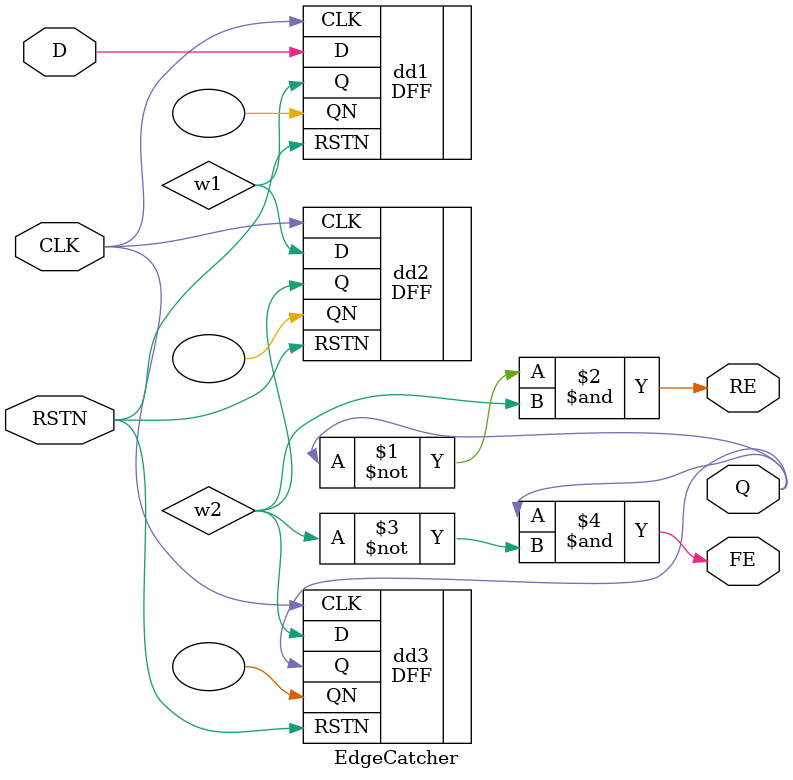
<source format=v>

module EdgeCatcher( D, Q, RE, FE, CLK, RSTN );
	
input wire D,CLK,RSTN;
output wire Q, RE,FE;

wire w1,w2;

DFF dd1( .D(D),  .Q(w1), .QN(), .CLK(CLK), .RSTN(RSTN) );DFF dd2( .D(w1), .Q(w2), .QN(), .CLK(CLK), .RSTN(RSTN) );
DFF dd3( .D(w2), .Q(Q) , .QN(), .CLK(CLK), .RSTN(RSTN) );
	
assign RE = ~Q &  w2;	
assign FE =  Q & ~w2;

endmodule
</source>
